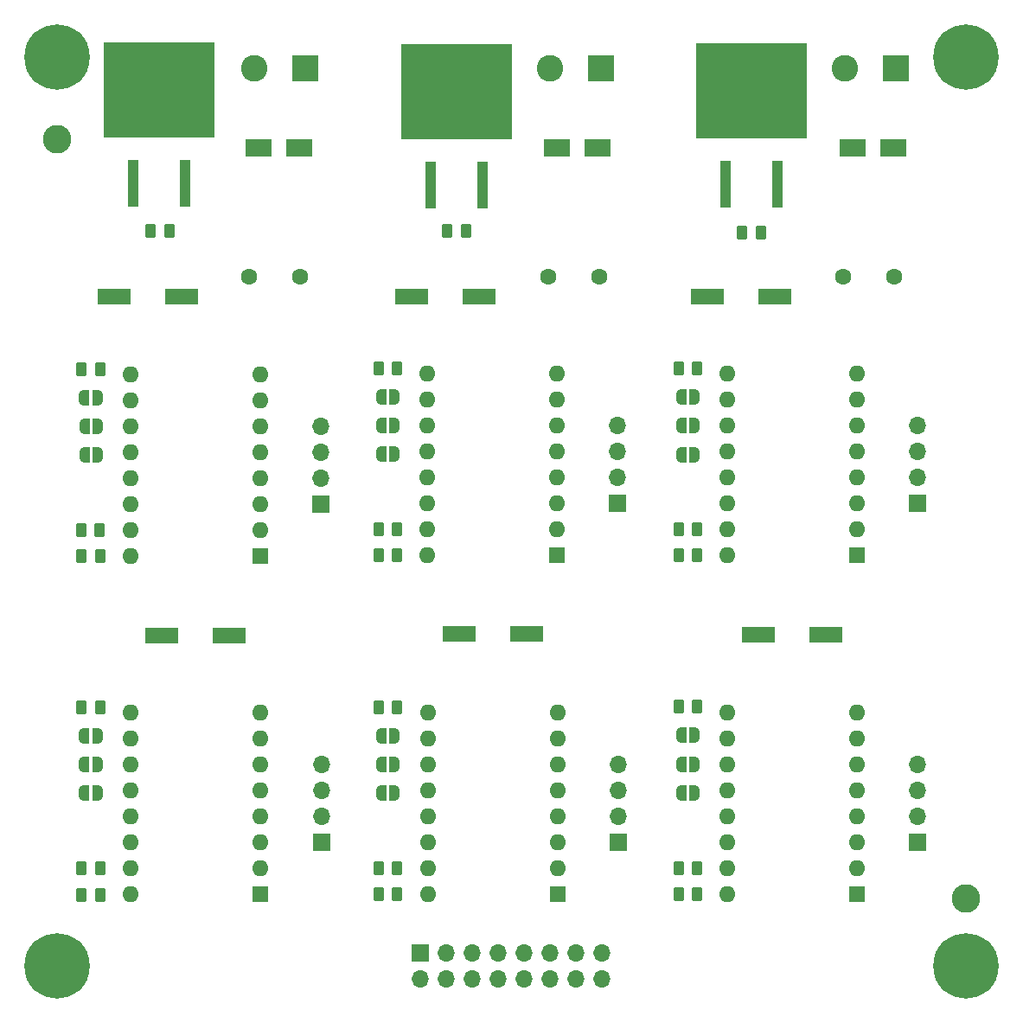
<source format=gbr>
%TF.GenerationSoftware,KiCad,Pcbnew,(6.0.2)*%
%TF.CreationDate,2022-02-23T19:09:50-05:00*%
%TF.ProjectId,SDP_motors,5344505f-6d6f-4746-9f72-732e6b696361,rev?*%
%TF.SameCoordinates,Original*%
%TF.FileFunction,Soldermask,Top*%
%TF.FilePolarity,Negative*%
%FSLAX46Y46*%
G04 Gerber Fmt 4.6, Leading zero omitted, Abs format (unit mm)*
G04 Created by KiCad (PCBNEW (6.0.2)) date 2022-02-23 19:09:50*
%MOMM*%
%LPD*%
G01*
G04 APERTURE LIST*
G04 Aperture macros list*
%AMRoundRect*
0 Rectangle with rounded corners*
0 $1 Rounding radius*
0 $2 $3 $4 $5 $6 $7 $8 $9 X,Y pos of 4 corners*
0 Add a 4 corners polygon primitive as box body*
4,1,4,$2,$3,$4,$5,$6,$7,$8,$9,$2,$3,0*
0 Add four circle primitives for the rounded corners*
1,1,$1+$1,$2,$3*
1,1,$1+$1,$4,$5*
1,1,$1+$1,$6,$7*
1,1,$1+$1,$8,$9*
0 Add four rect primitives between the rounded corners*
20,1,$1+$1,$2,$3,$4,$5,0*
20,1,$1+$1,$4,$5,$6,$7,0*
20,1,$1+$1,$6,$7,$8,$9,0*
20,1,$1+$1,$8,$9,$2,$3,0*%
%AMFreePoly0*
4,1,22,0.500000,-0.750000,0.000000,-0.750000,0.000000,-0.745033,-0.079941,-0.743568,-0.215256,-0.701293,-0.333266,-0.622738,-0.424486,-0.514219,-0.481581,-0.384460,-0.499164,-0.250000,-0.500000,-0.250000,-0.500000,0.250000,-0.499164,0.250000,-0.499963,0.256109,-0.478152,0.396186,-0.417904,0.524511,-0.324060,0.630769,-0.204165,0.706417,-0.067858,0.745374,0.000000,0.744959,0.000000,0.750000,
0.500000,0.750000,0.500000,-0.750000,0.500000,-0.750000,$1*%
%AMFreePoly1*
4,1,20,0.000000,0.744959,0.073905,0.744508,0.209726,0.703889,0.328688,0.626782,0.421226,0.519385,0.479903,0.390333,0.500000,0.250000,0.500000,-0.250000,0.499851,-0.262216,0.476331,-0.402017,0.414519,-0.529596,0.319384,-0.634700,0.198574,-0.708877,0.061801,-0.746166,0.000000,-0.745033,0.000000,-0.750000,-0.500000,-0.750000,-0.500000,0.750000,0.000000,0.750000,0.000000,0.744959,
0.000000,0.744959,$1*%
G04 Aperture macros list end*
%ADD10R,3.302000X1.498600*%
%ADD11RoundRect,0.250000X-0.262500X-0.450000X0.262500X-0.450000X0.262500X0.450000X-0.262500X0.450000X0*%
%ADD12FreePoly0,0.000000*%
%ADD13FreePoly1,0.000000*%
%ADD14R,1.700000X1.700000*%
%ADD15O,1.700000X1.700000*%
%ADD16R,1.100000X4.600000*%
%ADD17R,10.800000X9.400000*%
%ADD18RoundRect,0.250000X0.262500X0.450000X-0.262500X0.450000X-0.262500X-0.450000X0.262500X-0.450000X0*%
%ADD19R,2.600000X2.600000*%
%ADD20C,2.600000*%
%ADD21C,2.800000*%
%ADD22R,1.600000X1.600000*%
%ADD23O,1.600000X1.600000*%
%ADD24C,6.400000*%
%ADD25R,2.500000X1.800000*%
%ADD26C,1.600000*%
G04 APERTURE END LIST*
D10*
%TO.C,C3*%
X125155800Y-74777600D03*
X131759800Y-74777600D03*
%TD*%
D11*
%TO.C,R6*%
X151268900Y-81788000D03*
X153093900Y-81788000D03*
%TD*%
D12*
%TO.C,JP16*%
X122159000Y-117754400D03*
D13*
X123459000Y-117754400D03*
%TD*%
D14*
%TO.C,J5*%
X145282600Y-95046800D03*
D15*
X145282600Y-92506800D03*
X145282600Y-89966800D03*
X145282600Y-87426800D03*
%TD*%
D12*
%TO.C,JP11*%
X151521400Y-120548400D03*
D13*
X152821400Y-120548400D03*
%TD*%
D16*
%TO.C,Q3*%
X127035400Y-63839400D03*
D17*
X129575400Y-54689400D03*
D16*
X132115400Y-63839400D03*
%TD*%
D18*
%TO.C,R15*%
X123721500Y-130759200D03*
X121896500Y-130759200D03*
%TD*%
D12*
%TO.C,JP2*%
X93101400Y-87487600D03*
D13*
X94401400Y-87487600D03*
%TD*%
D14*
%TO.C,J2*%
X174635000Y-95036800D03*
D15*
X174635000Y-92496800D03*
X174635000Y-89956800D03*
X174635000Y-87416800D03*
%TD*%
D19*
%TO.C,J9*%
X143724000Y-52443000D03*
D20*
X138724000Y-52443000D03*
%TD*%
D12*
%TO.C,JP12*%
X151521400Y-123393200D03*
D13*
X152821400Y-123393200D03*
%TD*%
D21*
%TO.C,TP1*%
X90424000Y-59385200D03*
%TD*%
D22*
%TO.C,A1*%
X110353000Y-100187600D03*
D23*
X110353000Y-97647600D03*
X110353000Y-95107600D03*
X110353000Y-92567600D03*
X110353000Y-90027600D03*
X110353000Y-87487600D03*
X110353000Y-84947600D03*
X110353000Y-82407600D03*
X97653000Y-82407600D03*
X97653000Y-84947600D03*
X97653000Y-87487600D03*
X97653000Y-90027600D03*
X97653000Y-92567600D03*
X97653000Y-95107600D03*
X97653000Y-97647600D03*
X97653000Y-100187600D03*
%TD*%
D10*
%TO.C,C2*%
X154067350Y-74777600D03*
X160671350Y-74777600D03*
%TD*%
D11*
%TO.C,R5*%
X92838900Y-81848800D03*
X94663900Y-81848800D03*
%TD*%
D12*
%TO.C,JP5*%
X151521400Y-87426800D03*
D13*
X152821400Y-87426800D03*
%TD*%
D14*
%TO.C,J6*%
X145364200Y-128209200D03*
D15*
X145364200Y-125669200D03*
X145364200Y-123129200D03*
X145364200Y-120589200D03*
%TD*%
D24*
%TO.C,H3*%
X90424000Y-140308000D03*
%TD*%
D22*
%TO.C,A3*%
X110343000Y-133309200D03*
D23*
X110343000Y-130769200D03*
X110343000Y-128229200D03*
X110343000Y-125689200D03*
X110343000Y-123149200D03*
X110343000Y-120609200D03*
X110343000Y-118069200D03*
X110343000Y-115529200D03*
X97643000Y-115529200D03*
X97643000Y-118069200D03*
X97643000Y-120609200D03*
X97643000Y-123149200D03*
X97643000Y-125689200D03*
X97643000Y-128229200D03*
X97643000Y-130769200D03*
X97643000Y-133309200D03*
%TD*%
D18*
%TO.C,R2*%
X153093900Y-100126800D03*
X151268900Y-100126800D03*
%TD*%
D14*
%TO.C,J4*%
X174682150Y-128158400D03*
D15*
X174682150Y-125618400D03*
X174682150Y-123078400D03*
X174682150Y-120538400D03*
%TD*%
D25*
%TO.C,D3*%
X143376400Y-60248800D03*
X139376400Y-60248800D03*
%TD*%
D16*
%TO.C,Q2*%
X97917000Y-63722400D03*
D17*
X100457000Y-54572400D03*
D16*
X102997000Y-63722400D03*
%TD*%
D26*
%TO.C,C8*%
X114183800Y-72831800D03*
X109183800Y-72831800D03*
%TD*%
D10*
%TO.C,C1*%
X95986600Y-74813000D03*
X102590600Y-74813000D03*
%TD*%
D19*
%TO.C,J8*%
X114691800Y-52443000D03*
D20*
X109691800Y-52443000D03*
%TD*%
D11*
%TO.C,R12*%
X151265250Y-114909600D03*
X153090250Y-114909600D03*
%TD*%
D18*
%TO.C,R8*%
X153090250Y-133248400D03*
X151265250Y-133248400D03*
%TD*%
D19*
%TO.C,J7*%
X172576250Y-52425600D03*
D20*
X167576250Y-52425600D03*
%TD*%
D12*
%TO.C,JP9*%
X93091400Y-123403200D03*
D13*
X94391400Y-123403200D03*
%TD*%
D12*
%TO.C,JP8*%
X93091400Y-120609200D03*
D13*
X94391400Y-120609200D03*
%TD*%
D18*
%TO.C,R3*%
X94613100Y-97637600D03*
X92788100Y-97637600D03*
%TD*%
D21*
%TO.C,TP2*%
X179425600Y-133705600D03*
%TD*%
D22*
%TO.C,A6*%
X139410600Y-133299200D03*
D23*
X139410600Y-130759200D03*
X139410600Y-128219200D03*
X139410600Y-125679200D03*
X139410600Y-123139200D03*
X139410600Y-120599200D03*
X139410600Y-118059200D03*
X139410600Y-115519200D03*
X126710600Y-115519200D03*
X126710600Y-118059200D03*
X126710600Y-120599200D03*
X126710600Y-123139200D03*
X126710600Y-125679200D03*
X126710600Y-128219200D03*
X126710600Y-130759200D03*
X126710600Y-133299200D03*
%TD*%
D12*
%TO.C,JP1*%
X93091000Y-84693600D03*
D13*
X94391000Y-84693600D03*
%TD*%
D12*
%TO.C,JP18*%
X122159000Y-123393200D03*
D13*
X123459000Y-123393200D03*
%TD*%
D18*
%TO.C,R13*%
X123721500Y-133248400D03*
X121896500Y-133248400D03*
%TD*%
%TO.C,R4*%
X153093900Y-97586800D03*
X151268900Y-97586800D03*
%TD*%
D11*
%TO.C,R21*%
X128612100Y-68376800D03*
X130437100Y-68376800D03*
%TD*%
%TO.C,R20*%
X99595300Y-68361400D03*
X101420300Y-68361400D03*
%TD*%
D12*
%TO.C,JP15*%
X122180900Y-90220800D03*
D13*
X123480900Y-90220800D03*
%TD*%
D22*
%TO.C,A2*%
X168732200Y-100126800D03*
D23*
X168732200Y-97586800D03*
X168732200Y-95046800D03*
X168732200Y-92506800D03*
X168732200Y-89966800D03*
X168732200Y-87426800D03*
X168732200Y-84886800D03*
X168732200Y-82346800D03*
X156032200Y-82346800D03*
X156032200Y-84886800D03*
X156032200Y-87426800D03*
X156032200Y-89966800D03*
X156032200Y-92506800D03*
X156032200Y-95046800D03*
X156032200Y-97586800D03*
X156032200Y-100126800D03*
%TD*%
D12*
%TO.C,JP13*%
X122180900Y-84582000D03*
D13*
X123480900Y-84582000D03*
%TD*%
D11*
%TO.C,R18*%
X121896500Y-114960400D03*
X123721500Y-114960400D03*
%TD*%
D18*
%TO.C,R9*%
X94653900Y-130769200D03*
X92828900Y-130769200D03*
%TD*%
D14*
%TO.C,J1*%
X116255800Y-95097600D03*
D15*
X116255800Y-92557600D03*
X116255800Y-90017600D03*
X116255800Y-87477600D03*
%TD*%
D14*
%TO.C,J3*%
X116296600Y-128219200D03*
D15*
X116296600Y-125679200D03*
X116296600Y-123139200D03*
X116296600Y-120599200D03*
%TD*%
D10*
%TO.C,C4*%
X159131000Y-107848400D03*
X165735000Y-107848400D03*
%TD*%
D25*
%TO.C,D1*%
X172285000Y-60198000D03*
X168285000Y-60198000D03*
%TD*%
D11*
%TO.C,R11*%
X92828900Y-115021200D03*
X94653900Y-115021200D03*
%TD*%
D12*
%TO.C,JP6*%
X151521400Y-90293800D03*
D13*
X152821400Y-90293800D03*
%TD*%
D24*
%TO.C,H2*%
X90424000Y-51308000D03*
%TD*%
D25*
%TO.C,D2*%
X114115600Y-60198000D03*
X110115600Y-60198000D03*
%TD*%
D18*
%TO.C,R10*%
X153090250Y-130708400D03*
X151265250Y-130708400D03*
%TD*%
D14*
%TO.C,J10*%
X126024400Y-139070400D03*
D15*
X126024400Y-141610400D03*
X128564400Y-139070400D03*
X128564400Y-141610400D03*
X131104400Y-139070400D03*
X131104400Y-141610400D03*
X133644400Y-139070400D03*
X133644400Y-141610400D03*
X136184400Y-139070400D03*
X136184400Y-141610400D03*
X138724400Y-139070400D03*
X138724400Y-141610400D03*
X141264400Y-139070400D03*
X141264400Y-141610400D03*
X143804400Y-139070400D03*
X143804400Y-141610400D03*
%TD*%
D12*
%TO.C,JP7*%
X93081000Y-117815200D03*
D13*
X94381000Y-117815200D03*
%TD*%
D12*
%TO.C,JP4*%
X151521400Y-84604200D03*
D13*
X152821400Y-84604200D03*
%TD*%
D16*
%TO.C,Q1*%
X155896150Y-63788600D03*
D17*
X158436150Y-54638600D03*
D16*
X160976150Y-63788600D03*
%TD*%
D18*
%TO.C,R16*%
X123741500Y-97586800D03*
X121916500Y-97586800D03*
%TD*%
%TO.C,R1*%
X94663900Y-100187600D03*
X92838900Y-100187600D03*
%TD*%
D24*
%TO.C,H1*%
X179424000Y-51308000D03*
%TD*%
%TO.C,H4*%
X179424000Y-140308000D03*
%TD*%
D11*
%TO.C,R19*%
X157523650Y-68478400D03*
X159348650Y-68478400D03*
%TD*%
D26*
%TO.C,C7*%
X172366150Y-72796400D03*
X167366150Y-72796400D03*
%TD*%
D22*
%TO.C,A5*%
X139379800Y-100126800D03*
D23*
X139379800Y-97586800D03*
X139379800Y-95046800D03*
X139379800Y-92506800D03*
X139379800Y-89966800D03*
X139379800Y-87426800D03*
X139379800Y-84886800D03*
X139379800Y-82346800D03*
X126679800Y-82346800D03*
X126679800Y-84886800D03*
X126679800Y-87426800D03*
X126679800Y-89966800D03*
X126679800Y-92506800D03*
X126679800Y-95046800D03*
X126679800Y-97586800D03*
X126679800Y-100126800D03*
%TD*%
D10*
%TO.C,C5*%
X100701000Y-107960000D03*
X107305000Y-107960000D03*
%TD*%
%TO.C,C6*%
X129768600Y-107797600D03*
X136372600Y-107797600D03*
%TD*%
D22*
%TO.C,A4*%
X168722200Y-133248400D03*
D23*
X168722200Y-130708400D03*
X168722200Y-128168400D03*
X168722200Y-125628400D03*
X168722200Y-123088400D03*
X168722200Y-120548400D03*
X168722200Y-118008400D03*
X168722200Y-115468400D03*
X156022200Y-115468400D03*
X156022200Y-118008400D03*
X156022200Y-120548400D03*
X156022200Y-123088400D03*
X156022200Y-125628400D03*
X156022200Y-128168400D03*
X156022200Y-130708400D03*
X156022200Y-133248400D03*
%TD*%
D11*
%TO.C,R17*%
X121916500Y-81788000D03*
X123741500Y-81788000D03*
%TD*%
D12*
%TO.C,JP17*%
X122159000Y-120599200D03*
D13*
X123459000Y-120599200D03*
%TD*%
D12*
%TO.C,JP14*%
X122180900Y-87426800D03*
D13*
X123480900Y-87426800D03*
%TD*%
D18*
%TO.C,R7*%
X94653900Y-133360000D03*
X92828900Y-133360000D03*
%TD*%
%TO.C,R14*%
X123741500Y-100126800D03*
X121916500Y-100126800D03*
%TD*%
D26*
%TO.C,C9*%
X143505400Y-72796400D03*
X138505400Y-72796400D03*
%TD*%
D12*
%TO.C,JP10*%
X151521400Y-117703600D03*
D13*
X152821400Y-117703600D03*
%TD*%
D12*
%TO.C,JP3*%
X93101400Y-90281600D03*
D13*
X94401400Y-90281600D03*
%TD*%
M02*

</source>
